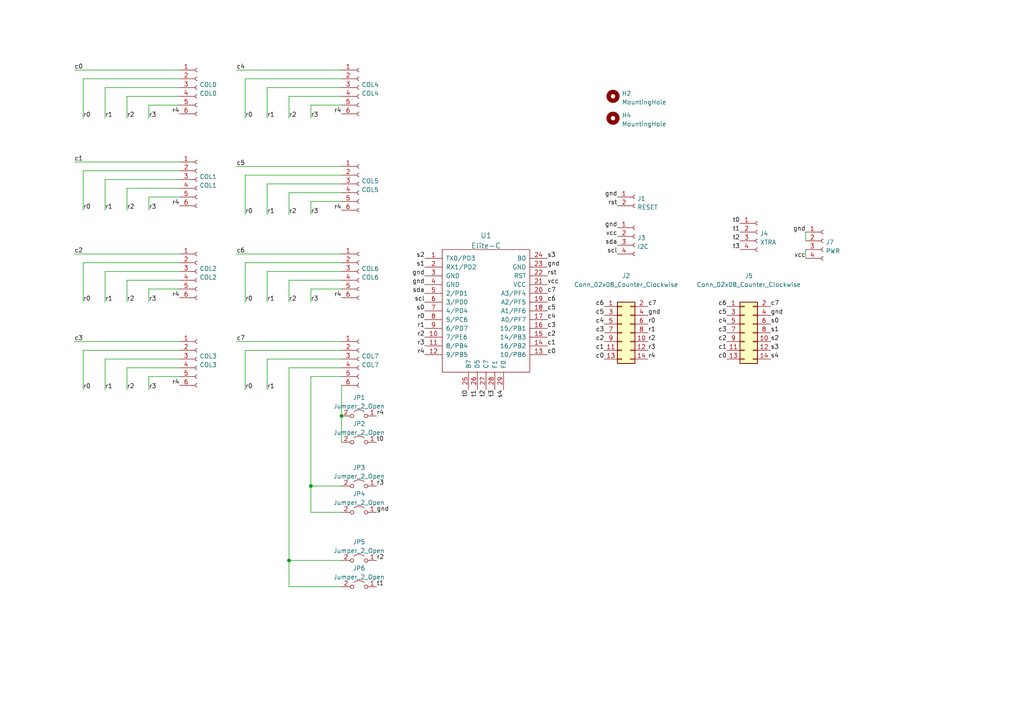
<source format=kicad_sch>
(kicad_sch (version 20211123) (generator eeschema)
  (paper "A4")
  (lib_symbols
    (symbol "Connector:Conn_01x02_Female" (pin_names (offset 1.016) hide)
      (property "Reference" "J" (at 0 2.54 0))
      (property "Value" "Conn_01x02_Female" (at 0 -5.08 0))
      (symbol "Conn_01x02_Female_1_1"
        (arc (start 0 -2.032) (mid -0.508 -2.54) (end 0 -3.048) (stroke (width 0.1524)))
        (polyline (pts (xy -1.27 -2.54) (xy -0.508 -2.54)) (stroke (width 0.1524)))
        (polyline (pts (xy -1.27 0) (xy -0.508 0)) (stroke (width 0.1524)))
        (arc (start 0 0.508) (mid -0.508 0) (end 0 -0.508) (stroke (width 0.1524)))
        (pin passive line (at -5.08 0 0) (length 3.81) (name "Pin_1") (number "1"))
        (pin passive line (at -5.08 -2.54 0) (length 3.81) (name "Pin_2") (number "2"))
      )
    )
    (symbol "Connector:Conn_01x04_Female" (pin_names (offset 1.016) hide)
      (property "Reference" "J" (at 0 5.08 0))
      (property "Value" "Conn_01x04_Female" (at 0 -7.62 0))
      (symbol "Conn_01x04_Female_1_1"
        (arc (start 0 -4.572) (mid -0.508 -5.08) (end 0 -5.588) (stroke (width 0.1524)))
        (arc (start 0 -2.032) (mid -0.508 -2.54) (end 0 -3.048) (stroke (width 0.1524)))
        (polyline (pts (xy -1.27 -5.08) (xy -0.508 -5.08)) (stroke (width 0.1524)))
        (polyline (pts (xy -1.27 -2.54) (xy -0.508 -2.54)) (stroke (width 0.1524)))
        (polyline (pts (xy -1.27 0) (xy -0.508 0)) (stroke (width 0.1524)))
        (polyline (pts (xy -1.27 2.54) (xy -0.508 2.54)) (stroke (width 0.1524)))
        (arc (start 0 0.508) (mid -0.508 0) (end 0 -0.508) (stroke (width 0.1524)))
        (arc (start 0 3.048) (mid -0.508 2.54) (end 0 2.032) (stroke (width 0.1524)))
        (pin passive line (at -5.08 2.54 0) (length 3.81) (name "Pin_1") (number "1"))
        (pin passive line (at -5.08 0 0) (length 3.81) (name "Pin_2") (number "2"))
        (pin passive line (at -5.08 -2.54 0) (length 3.81) (name "Pin_3") (number "3"))
        (pin passive line (at -5.08 -5.08 0) (length 3.81) (name "Pin_4") (number "4"))
      )
    )
    (symbol "Connector:Conn_01x06_Female" (pin_names (offset 1.016) hide)
      (property "Reference" "J" (at 0 7.62 0))
      (property "Value" "Conn_01x06_Female" (at 0 -10.16 0))
      (symbol "Conn_01x06_Female_1_1"
        (arc (start 0 -7.112) (mid -0.508 -7.62) (end 0 -8.128) (stroke (width 0.1524)))
        (arc (start 0 -4.572) (mid -0.508 -5.08) (end 0 -5.588) (stroke (width 0.1524)))
        (arc (start 0 -2.032) (mid -0.508 -2.54) (end 0 -3.048) (stroke (width 0.1524)))
        (polyline (pts (xy -1.27 -7.62) (xy -0.508 -7.62)) (stroke (width 0.1524)))
        (polyline (pts (xy -1.27 -5.08) (xy -0.508 -5.08)) (stroke (width 0.1524)))
        (polyline (pts (xy -1.27 -2.54) (xy -0.508 -2.54)) (stroke (width 0.1524)))
        (polyline (pts (xy -1.27 0) (xy -0.508 0)) (stroke (width 0.1524)))
        (polyline (pts (xy -1.27 2.54) (xy -0.508 2.54)) (stroke (width 0.1524)))
        (polyline (pts (xy -1.27 5.08) (xy -0.508 5.08)) (stroke (width 0.1524)))
        (arc (start 0 0.508) (mid -0.508 0) (end 0 -0.508) (stroke (width 0.1524)))
        (arc (start 0 3.048) (mid -0.508 2.54) (end 0 2.032) (stroke (width 0.1524)))
        (arc (start 0 5.588) (mid -0.508 5.08) (end 0 4.572) (stroke (width 0.1524)))
        (pin passive line (at -5.08 5.08 0) (length 3.81) (name "Pin_1") (number "1"))
        (pin passive line (at -5.08 2.54 0) (length 3.81) (name "Pin_2") (number "2"))
        (pin passive line (at -5.08 0 0) (length 3.81) (name "Pin_3") (number "3"))
        (pin passive line (at -5.08 -2.54 0) (length 3.81) (name "Pin_4") (number "4"))
        (pin passive line (at -5.08 -5.08 0) (length 3.81) (name "Pin_5") (number "5"))
        (pin passive line (at -5.08 -7.62 0) (length 3.81) (name "Pin_6") (number "6"))
      )
    )
    (symbol "Connector_Generic:Conn_02x07_Odd_Even" (pin_names (offset 1.016) hide)
      (property "Reference" "J" (at 1.27 10.16 0))
      (property "Value" "Conn_02x07_Odd_Even" (at 1.27 -10.16 0))
      (symbol "Conn_02x07_Odd_Even_1_1"
        (rectangle (start -1.27 -7.493) (end 0 -7.747) (stroke (width 0.1524)))
        (rectangle (start -1.27 -4.953) (end 0 -5.207) (stroke (width 0.1524)))
        (rectangle (start -1.27 -2.413) (end 0 -2.667) (stroke (width 0.1524)))
        (rectangle (start -1.27 0.127) (end 0 -0.127) (stroke (width 0.1524)))
        (rectangle (start -1.27 2.667) (end 0 2.413) (stroke (width 0.1524)))
        (rectangle (start -1.27 5.207) (end 0 4.953) (stroke (width 0.1524)))
        (rectangle (start -1.27 7.747) (end 0 7.493) (stroke (width 0.1524)))
        (rectangle (start -1.27 8.89) (end 3.81 -8.89) (stroke (width 0.254)) (fill (type background)))
        (rectangle (start 3.81 -7.493) (end 2.54 -7.747) (stroke (width 0.1524)))
        (rectangle (start 3.81 -4.953) (end 2.54 -5.207) (stroke (width 0.1524)))
        (rectangle (start 3.81 -2.413) (end 2.54 -2.667) (stroke (width 0.1524)))
        (rectangle (start 3.81 0.127) (end 2.54 -0.127) (stroke (width 0.1524)))
        (rectangle (start 3.81 2.667) (end 2.54 2.413) (stroke (width 0.1524)))
        (rectangle (start 3.81 5.207) (end 2.54 4.953) (stroke (width 0.1524)))
        (rectangle (start 3.81 7.747) (end 2.54 7.493) (stroke (width 0.1524)))
        (pin passive line (at -5.08 7.62 0) (length 3.81) (name "Pin_1") (number "1"))
        (pin passive line (at 7.62 -2.54 180) (length 3.81) (name "Pin_10") (number "10"))
        (pin passive line (at -5.08 -5.08 0) (length 3.81) (name "Pin_11") (number "11"))
        (pin passive line (at 7.62 -5.08 180) (length 3.81) (name "Pin_12") (number "12"))
        (pin passive line (at -5.08 -7.62 0) (length 3.81) (name "Pin_13") (number "13"))
        (pin passive line (at 7.62 -7.62 180) (length 3.81) (name "Pin_14") (number "14"))
        (pin passive line (at 7.62 7.62 180) (length 3.81) (name "Pin_2") (number "2"))
        (pin passive line (at -5.08 5.08 0) (length 3.81) (name "Pin_3") (number "3"))
        (pin passive line (at 7.62 5.08 180) (length 3.81) (name "Pin_4") (number "4"))
        (pin passive line (at -5.08 2.54 0) (length 3.81) (name "Pin_5") (number "5"))
        (pin passive line (at 7.62 2.54 180) (length 3.81) (name "Pin_6") (number "6"))
        (pin passive line (at -5.08 0 0) (length 3.81) (name "Pin_7") (number "7"))
        (pin passive line (at 7.62 0 180) (length 3.81) (name "Pin_8") (number "8"))
        (pin passive line (at -5.08 -2.54 0) (length 3.81) (name "Pin_9") (number "9"))
      )
    )
    (symbol "Jumper:Jumper_2_Open" (pin_names (offset 0) hide)
      (property "Reference" "JP" (at 0 2.794 0))
      (property "Value" "Jumper_2_Open" (at 0 -2.286 0))
      (symbol "Jumper_2_Open_0_0"
        (circle (center -2.032 0) (radius 0.508))
        (circle (center 2.032 0) (radius 0.508))
      )
      (symbol "Jumper_2_Open_0_1"
        (arc (start 1.524 1.27) (mid 0 1.778) (end -1.524 1.27))
      )
      (symbol "Jumper_2_Open_1_1"
        (pin passive line (at -5.08 0 0) (length 2.54) (name "A") (number "1"))
        (pin passive line (at 5.08 0 180) (length 2.54) (name "B") (number "2"))
      )
    )
    (symbol "Mechanical:MountingHole" (pin_names (offset 1.016))
      (property "Reference" "H" (at 0 5.08 0))
      (property "Value" "MountingHole" (at 0 3.175 0))
      (symbol "MountingHole_0_1"
        (circle (center 0 0) (radius 1.27) (stroke (width 1.27)))
      )
    )
    (symbol "keebio:Elite-C" (pin_names (offset 1.016))
      (property "Reference" "U" (at 0 0 0))
      (property "Value" "Elite-C" (at 0 2.54 0))
      (symbol "Elite-C_0_1"
        (rectangle (start 12.7 -19.05) (end -12.7 16.51))
      )
      (symbol "Elite-C_1_1"
        (pin input line (at -17.78 13.97 0) (length 5.08) (name "TX0/PD3") (number "1"))
        (pin input line (at -17.78 -8.89 0) (length 5.08) (name "7/PE6") (number "10"))
        (pin input line (at -17.78 -11.43 0) (length 5.08) (name "8/PB4") (number "11"))
        (pin input line (at -17.78 -13.97 0) (length 5.08) (name "9/PB5") (number "12"))
        (pin input line (at 17.78 -13.97 180) (length 5.08) (name "10/PB6") (number "13"))
        (pin input line (at 17.78 -11.43 180) (length 5.08) (name "16/PB2") (number "14"))
        (pin input line (at 17.78 -8.89 180) (length 5.08) (name "14/PB3") (number "15"))
        (pin input line (at 17.78 -6.35 180) (length 5.08) (name "15/PB1") (number "16"))
        (pin input line (at 17.78 -3.81 180) (length 5.08) (name "A0/PF7") (number "17"))
        (pin input line (at 17.78 -1.27 180) (length 5.08) (name "A1/PF6") (number "18"))
        (pin input line (at 17.78 1.27 180) (length 5.08) (name "A2/PF5") (number "19"))
        (pin input line (at -17.78 11.43 0) (length 5.08) (name "RX1/PD2") (number "2"))
        (pin input line (at 17.78 3.81 180) (length 5.08) (name "A3/PF4") (number "20"))
        (pin input line (at 17.78 6.35 180) (length 5.08) (name "VCC") (number "21"))
        (pin input line (at 17.78 8.89 180) (length 5.08) (name "RST") (number "22"))
        (pin input line (at 17.78 11.43 180) (length 5.08) (name "GND") (number "23"))
        (pin input line (at 17.78 13.97 180) (length 5.08) (name "B0") (number "24"))
        (pin input line (at -5.08 -24.13 90) (length 5.08) (name "B7") (number "25"))
        (pin input line (at -2.54 -24.13 90) (length 5.08) (name "D5") (number "26"))
        (pin input line (at 0 -24.13 90) (length 5.08) (name "C7") (number "27"))
        (pin input line (at 2.54 -24.13 90) (length 5.08) (name "F1") (number "28"))
        (pin input line (at 5.08 -24.13 90) (length 5.08) (name "F0") (number "29"))
        (pin input line (at -17.78 8.89 0) (length 5.08) (name "GND") (number "3"))
        (pin input line (at -17.78 6.35 0) (length 5.08) (name "GND") (number "4"))
        (pin input line (at -17.78 3.81 0) (length 5.08) (name "2/PD1") (number "5"))
        (pin input line (at -17.78 1.27 0) (length 5.08) (name "3/PD0") (number "6"))
        (pin input line (at -17.78 -1.27 0) (length 5.08) (name "4/PD4") (number "7"))
        (pin input line (at -17.78 -3.81 0) (length 5.08) (name "5/PC6") (number "8"))
        (pin input line (at -17.78 -6.35 0) (length 5.08) (name "6/PD7") (number "9"))
      )
    )
  )
  (junction (at 99.06 120.65))
  (junction (at 83.82 162.56))
  (junction (at 90.17 140.97))
  (wire (pts (xy 233.68 72.39) (xy 233.68 74.93)))
  (wire (pts (xy 90.17 109.22) (xy 99.06 109.22)))
  (wire (pts (xy 43.18 30.48) (xy 43.18 34.29)))
  (wire (pts (xy 24.13 49.53) (xy 52.07 49.53)))
  (wire (pts (xy 83.82 106.68) (xy 83.82 162.56)))
  (wire (pts (xy 83.82 81.28) (xy 83.82 87.63)))
  (wire (pts (xy 30.48 78.74) (xy 52.07 78.74)))
  (wire (pts (xy 43.18 57.15) (xy 52.07 57.15)))
  (wire (pts (xy 83.82 106.68) (xy 99.06 106.68)))
  (wire (pts (xy 36.83 54.61) (xy 36.83 60.96)))
  (wire (pts (xy 30.48 104.14) (xy 52.07 104.14)))
  (wire (pts (xy 43.18 109.22) (xy 43.18 113.03)))
  (wire (pts (xy 30.48 52.07) (xy 30.48 60.96)))
  (wire (pts (xy 83.82 55.88) (xy 99.06 55.88)))
  (wire (pts (xy 30.48 78.74) (xy 30.48 87.63)))
  (wire (pts (xy 24.13 76.2) (xy 24.13 87.63)))
  (wire (pts (xy 24.13 101.6) (xy 24.13 113.03)))
  (wire (pts (xy 30.48 25.4) (xy 52.07 25.4)))
  (wire (pts (xy 68.58 99.06) (xy 99.06 99.06)))
  (wire (pts (xy 83.82 27.94) (xy 99.06 27.94)))
  (wire (pts (xy 30.48 104.14) (xy 30.48 113.03)))
  (wire (pts (xy 24.13 76.2) (xy 52.07 76.2)))
  (wire (pts (xy 83.82 27.94) (xy 83.82 34.29)))
  (wire (pts (xy 90.17 58.42) (xy 99.06 58.42)))
  (wire (pts (xy 77.47 25.4) (xy 77.47 34.29)))
  (wire (pts (xy 36.83 81.28) (xy 36.83 87.63)))
  (wire (pts (xy 43.18 57.15) (xy 43.18 60.96)))
  (wire (pts (xy 43.18 83.82) (xy 52.07 83.82)))
  (wire (pts (xy 43.18 109.22) (xy 52.07 109.22)))
  (wire (pts (xy 99.06 111.76) (xy 99.06 120.65)))
  (wire (pts (xy 36.83 54.61) (xy 52.07 54.61)))
  (wire (pts (xy 68.58 20.32) (xy 99.06 20.32)))
  (wire (pts (xy 99.06 148.59) (xy 90.17 148.59)))
  (wire (pts (xy 71.12 50.8) (xy 99.06 50.8)))
  (wire (pts (xy 77.47 104.14) (xy 99.06 104.14)))
  (wire (pts (xy 77.47 53.34) (xy 99.06 53.34)))
  (wire (pts (xy 77.47 78.74) (xy 99.06 78.74)))
  (wire (pts (xy 83.82 170.18) (xy 99.06 170.18)))
  (wire (pts (xy 233.68 67.31) (xy 233.68 69.85)))
  (wire (pts (xy 21.59 20.32) (xy 52.07 20.32)))
  (wire (pts (xy 21.59 73.66) (xy 52.07 73.66)))
  (wire (pts (xy 83.82 81.28) (xy 99.06 81.28)))
  (wire (pts (xy 77.47 104.14) (xy 77.47 113.03)))
  (wire (pts (xy 36.83 27.94) (xy 36.83 34.29)))
  (wire (pts (xy 43.18 30.48) (xy 52.07 30.48)))
  (wire (pts (xy 90.17 83.82) (xy 99.06 83.82)))
  (wire (pts (xy 77.47 53.34) (xy 77.47 62.23)))
  (wire (pts (xy 21.59 46.99) (xy 52.07 46.99)))
  (wire (pts (xy 36.83 106.68) (xy 36.83 113.03)))
  (wire (pts (xy 24.13 22.86) (xy 24.13 34.29)))
  (wire (pts (xy 68.58 48.26) (xy 99.06 48.26)))
  (wire (pts (xy 71.12 101.6) (xy 71.12 113.03)))
  (wire (pts (xy 71.12 76.2) (xy 99.06 76.2)))
  (wire (pts (xy 90.17 58.42) (xy 90.17 62.23)))
  (wire (pts (xy 77.47 25.4) (xy 99.06 25.4)))
  (wire (pts (xy 71.12 50.8) (xy 71.12 62.23)))
  (wire (pts (xy 83.82 55.88) (xy 83.82 62.23)))
  (wire (pts (xy 24.13 49.53) (xy 24.13 60.96)))
  (wire (pts (xy 30.48 25.4) (xy 30.48 34.29)))
  (wire (pts (xy 90.17 83.82) (xy 90.17 87.63)))
  (wire (pts (xy 36.83 27.94) (xy 52.07 27.94)))
  (wire (pts (xy 30.48 52.07) (xy 52.07 52.07)))
  (wire (pts (xy 71.12 22.86) (xy 99.06 22.86)))
  (wire (pts (xy 71.12 22.86) (xy 71.12 34.29)))
  (wire (pts (xy 83.82 162.56) (xy 99.06 162.56)))
  (wire (pts (xy 99.06 120.65) (xy 99.06 128.27)))
  (wire (pts (xy 24.13 22.86) (xy 52.07 22.86)))
  (wire (pts (xy 90.17 30.48) (xy 99.06 30.48)))
  (wire (pts (xy 68.58 73.66) (xy 99.06 73.66)))
  (wire (pts (xy 90.17 109.22) (xy 90.17 140.97)))
  (wire (pts (xy 83.82 162.56) (xy 83.82 170.18)))
  (wire (pts (xy 21.59 99.06) (xy 52.07 99.06)))
  (wire (pts (xy 36.83 81.28) (xy 52.07 81.28)))
  (wire (pts (xy 90.17 30.48) (xy 90.17 34.29)))
  (wire (pts (xy 77.47 78.74) (xy 77.47 87.63)))
  (wire (pts (xy 90.17 148.59) (xy 90.17 140.97)))
  (wire (pts (xy 36.83 106.68) (xy 52.07 106.68)))
  (wire (pts (xy 90.17 140.97) (xy 99.06 140.97)))
  (wire (pts (xy 24.13 101.6) (xy 52.07 101.6)))
  (wire (pts (xy 71.12 76.2) (xy 71.12 87.63)))
  (wire (pts (xy 43.18 83.82) (xy 43.18 87.63)))
  (wire (pts (xy 71.12 101.6) (xy 99.06 101.6)))
  (label "c3" (at 210.82 96.52 180))
  (label "c4" (at 210.82 93.98 180))
  (label "r0" (at 187.96 93.98 0))
  (label "c7" (at 158.75 85.09 0))
  (label "r3" (at 43.18 60.96 0))
  (label "c0" (at 158.75 102.87 0))
  (label "c0" (at 21.59 20.32 0))
  (label "r2" (at 83.82 34.29 0))
  (label "c1" (at 158.75 100.33 0))
  (label "s4" (at 146.05 113.03 270))
  (label "c5" (at 68.58 48.26 0))
  (label "r2" (at 123.19 97.79 180))
  (label "r3" (at 109.22 140.97 0))
  (label "s3" (at 158.75 74.93 0))
  (label "r0" (at 71.12 62.23 0))
  (label "r2" (at 36.83 60.96 0))
  (label "t3" (at 214.63 72.39 180))
  (label "r1" (at 77.47 62.23 0))
  (label "scl" (at 179.07 73.66 180))
  (label "c5" (at 210.82 91.44 180))
  (label "gnd" (at 123.19 82.55 180))
  (label "s2" (at 223.52 99.06 0))
  (label "c6" (at 175.26 88.9 180))
  (label "c6" (at 68.58 73.66 0))
  (label "c2" (at 175.26 99.06 180))
  (label "c0" (at 210.82 104.14 180))
  (label "scl" (at 123.19 87.63 180))
  (label "r0" (at 71.12 34.29 0))
  (label "r4" (at 109.22 120.65 0))
  (label "r2" (at 36.83 34.29 0))
  (label "c2" (at 21.59 73.66 0))
  (label "c5" (at 158.75 90.17 0))
  (label "r1" (at 187.96 96.52 0))
  (label "vcc" (at 179.07 68.58 180))
  (label "r4" (at 187.96 104.14 0))
  (label "r4" (at 99.06 86.36 180))
  (label "t3" (at 143.51 113.03 270))
  (label "c0" (at 175.26 104.14 180))
  (label "r0" (at 71.12 87.63 0))
  (label "r2" (at 109.22 162.56 0))
  (label "r3" (at 123.19 100.33 180))
  (label "r2" (at 187.96 99.06 0))
  (label "r0" (at 123.19 92.71 180))
  (label "r3" (at 43.18 87.63 0))
  (label "sda" (at 123.19 85.09 180))
  (label "t1" (at 214.63 67.31 180))
  (label "c4" (at 68.58 20.32 0))
  (label "r0" (at 24.13 87.63 0))
  (label "gnd" (at 179.07 66.04 180))
  (label "c6" (at 210.82 88.9 180))
  (label "s4" (at 223.52 104.14 0))
  (label "gnd" (at 123.19 80.01 180))
  (label "r4" (at 52.07 59.69 180))
  (label "s2" (at 123.19 74.93 180))
  (label "r2" (at 83.82 87.63 0))
  (label "s0" (at 223.52 93.98 0))
  (label "r3" (at 43.18 113.03 0))
  (label "t2" (at 140.97 113.03 270))
  (label "r1" (at 30.48 113.03 0))
  (label "r3" (at 90.17 87.63 0))
  (label "r3" (at 187.96 101.6 0))
  (label "t1" (at 138.43 113.03 270))
  (label "r3" (at 90.17 34.29 0))
  (label "vcc" (at 233.68 74.93 180))
  (label "c6" (at 158.75 87.63 0))
  (label "r0" (at 24.13 113.03 0))
  (label "s0" (at 123.19 90.17 180))
  (label "s3" (at 223.52 101.6 0))
  (label "r2" (at 36.83 113.03 0))
  (label "rst" (at 158.75 80.01 0))
  (label "r4" (at 52.07 33.02 180))
  (label "c1" (at 21.59 46.99 0))
  (label "r4" (at 52.07 111.76 180))
  (label "r1" (at 77.47 113.03 0))
  (label "r0" (at 24.13 34.29 0))
  (label "c4" (at 158.75 92.71 0))
  (label "r2" (at 36.83 87.63 0))
  (label "r1" (at 30.48 60.96 0))
  (label "t2" (at 214.63 69.85 180))
  (label "c1" (at 175.26 101.6 180))
  (label "r4" (at 123.19 102.87 180))
  (label "r1" (at 123.19 95.25 180))
  (label "vcc" (at 158.75 82.55 0))
  (label "sda" (at 179.07 71.12 180))
  (label "s1" (at 223.52 96.52 0))
  (label "gnd" (at 179.07 57.15 180))
  (label "r4" (at 99.06 60.96 180))
  (label "rst" (at 179.07 59.69 180))
  (label "r4" (at 99.06 33.02 180))
  (label "c7" (at 68.58 99.06 0))
  (label "r2" (at 83.82 62.23 0))
  (label "r1" (at 77.47 87.63 0))
  (label "c3" (at 158.75 95.25 0))
  (label "c1" (at 210.82 101.6 180))
  (label "c2" (at 158.75 97.79 0))
  (label "r0" (at 71.12 113.03 0))
  (label "c7" (at 223.52 88.9 0))
  (label "r1" (at 30.48 87.63 0))
  (label "t1" (at 109.22 170.18 0))
  (label "gnd" (at 109.22 148.59 0))
  (label "s1" (at 123.19 77.47 180))
  (label "t0" (at 109.22 128.27 0))
  (label "c3" (at 21.59 99.06 0))
  (label "c2" (at 210.82 99.06 180))
  (label "gnd" (at 223.52 91.44 0))
  (label "t0" (at 214.63 64.77 180))
  (label "gnd" (at 233.68 67.31 180))
  (label "gnd" (at 158.75 77.47 0))
  (label "c5" (at 175.26 91.44 180))
  (label "r3" (at 43.18 34.29 0))
  (label "r1" (at 77.47 34.29 0))
  (label "r4" (at 52.07 86.36 180))
  (label "r0" (at 24.13 60.96 0))
  (label "gnd" (at 187.96 91.44 0))
  (label "c7" (at 187.96 88.9 0))
  (label "c4" (at 175.26 93.98 180))
  (label "r3" (at 90.17 62.23 0))
  (label "t0" (at 135.89 113.03 270))
  (label "c3" (at 175.26 96.52 180))
  (label "r1" (at 30.48 34.29 0))
  (symbol (lib_id "Jumper:Jumper_2_Open") (at 104.14 128.27 0) (mirror y) (unit 1)
    (property "Reference" "JP2" (at 104.14 122.9192 0))
    (property "Value" "Jumper_2_Open" (at 104.14 125.4561 0))
    (property "Footprint" "Jumper:SolderJumper-2_P1.3mm_Open_TrianglePad1.0x1.5mm" (effects hide))
  )
  (symbol (lib_id "Connector:Conn_01x04_Female") (at 238.76 69.85 0) (unit 1)
    (property "Reference" "J7" (at 239.4712 70.2853 0) (effects (justify left)))
    (property "Value" "PWR" (at 239.4712 72.8222 0) (effects (justify left)))
    (property "Footprint" "Connector_PinHeader_2.54mm:PinHeader_1x04_P2.54mm_Vertical" (effects hide))
  )
  (symbol (lib_id "Connector:Conn_01x04_Female") (at 219.71 67.31 0) (unit 1)
    (property "Reference" "J4" (at 220.4212 67.7453 0) (effects (justify left)))
    (property "Value" "XTRA" (at 220.4212 70.2822 0) (effects (justify left)))
    (property "Footprint" "Connector_PinHeader_2.54mm:PinHeader_1x04_P2.54mm_Vertical" (effects hide))
  )
  (symbol (lib_id "Connector:Conn_01x06_Female") (at 104.14 78.74 0) (unit 1)
    (property "Reference" "COL6" (at 104.8512 77.9053 0) (effects (justify left)))
    (property "Value" "COL6" (at 104.8512 80.4422 0) (effects (justify left)))
    (property "Footprint" "Connector_JST:JST_XH_B6B-XH-A_1x06_P2.50mm_Vertical" (effects hide))
  )
  (symbol (lib_id "Jumper:Jumper_2_Open") (at 104.14 148.59 0) (mirror y) (unit 1)
    (property "Reference" "JP4" (at 104.14 143.2392 0))
    (property "Value" "Jumper_2_Open" (at 104.14 145.7761 0))
    (property "Footprint" "Jumper:SolderJumper-2_P1.3mm_Open_TrianglePad1.0x1.5mm" (effects hide))
  )
  (symbol (lib_id "Jumper:Jumper_2_Open") (at 104.14 140.97 0) (mirror y) (unit 1)
    (property "Reference" "JP3" (at 104.14 135.6192 0))
    (property "Value" "Jumper_2_Open" (at 104.14 138.1561 0))
    (property "Footprint" "Jumper:SolderJumper-2_P1.3mm_Open_TrianglePad1.0x1.5mm" (effects hide))
  )
  (symbol (lib_id "Connector_Generic:Conn_02x07_Odd_Even") (at 180.34 96.52 0) (unit 1)
    (property "Reference" "J2" (at 181.61 80.01 0))
    (property "Value" "Conn_02x08_Counter_Clockwise" (at 181.61 82.55 0))
    (property "Footprint" "Connector_IDC:IDC-Header_2x07_P2.54mm_Vertical" (effects hide))
  )
  (symbol (lib_id "Connector_Generic:Conn_02x07_Odd_Even") (at 215.9 96.52 0) (unit 1)
    (property "Reference" "J5" (at 217.17 80.01 0))
    (property "Value" "Conn_02x08_Counter_Clockwise" (at 217.17 82.55 0))
    (property "Footprint" "Connector_IDC:IDC-Header_2x07_P2.54mm_Vertical" (effects hide))
  )
  (symbol (lib_id "Jumper:Jumper_2_Open") (at 104.14 170.18 0) (mirror y) (unit 1)
    (property "Reference" "JP6" (at 104.14 164.8292 0))
    (property "Value" "Jumper_2_Open" (at 104.14 167.3661 0))
    (property "Footprint" "Jumper:SolderJumper-2_P1.3mm_Open_TrianglePad1.0x1.5mm" (effects hide))
  )
  (symbol (lib_id "Connector:Conn_01x06_Female") (at 57.15 78.74 0) (unit 1)
    (property "Reference" "COL2" (at 57.8612 77.9053 0) (effects (justify left)))
    (property "Value" "COL2" (at 57.8612 80.4422 0) (effects (justify left)))
    (property "Footprint" "Connector_JST:JST_XH_B6B-XH-A_1x06_P2.50mm_Vertical" (effects hide))
  )
  (symbol (lib_id "keebio:Elite-C") (at 140.97 88.9 0) (unit 1)
    (property "Reference" "U1" (at 140.97 68.3059 0) (effects (font (size 1.524 1.524))))
    (property "Value" "Elite-C" (at 140.97 71.2993 0) (effects (font (size 1.524 1.524))))
    (property "Footprint" "3dmodels:Elite-C" (effects hide))
  )
  (symbol (lib_id "Jumper:Jumper_2_Open") (at 104.14 120.65 0) (mirror y) (unit 1)
    (property "Reference" "JP1" (at 104.14 115.2992 0))
    (property "Value" "Jumper_2_Open" (at 104.14 117.8361 0))
    (property "Footprint" "Jumper:SolderJumper-2_P1.3mm_Open_TrianglePad1.0x1.5mm" (effects hide))
  )
  (symbol (lib_id "Jumper:Jumper_2_Open") (at 104.14 162.56 0) (mirror y) (unit 1)
    (property "Reference" "JP5" (at 104.14 157.2092 0))
    (property "Value" "Jumper_2_Open" (at 104.14 159.7461 0))
    (property "Footprint" "Jumper:SolderJumper-2_P1.3mm_Open_TrianglePad1.0x1.5mm" (effects hide))
  )
  (symbol (lib_id "Connector:Conn_01x06_Female") (at 104.14 53.34 0) (unit 1)
    (property "Reference" "COL5" (at 104.8512 52.5053 0) (effects (justify left)))
    (property "Value" "COL5" (at 104.8512 55.0422 0) (effects (justify left)))
    (property "Footprint" "Connector_JST:JST_XH_B6B-XH-A_1x06_P2.50mm_Vertical" (effects hide))
  )
  (symbol (lib_id "Connector:Conn_01x06_Female") (at 104.14 104.14 0) (unit 1)
    (property "Reference" "COL7" (at 104.8512 103.3053 0) (effects (justify left)))
    (property "Value" "COL7" (at 104.8512 105.8422 0) (effects (justify left)))
    (property "Footprint" "Connector_JST:JST_XH_B6B-XH-A_1x06_P2.50mm_Vertical" (effects hide))
  )
  (symbol (lib_id "Mechanical:MountingHole") (at 177.8 27.94 0) (unit 1)
    (property "Reference" "H2" (at 180.34 27.1053 0) (effects (justify left)))
    (property "Value" "MountingHole" (at 180.34 29.6422 0) (effects (justify left)))
    (property "Footprint" "MountingHole:MountingHole_3.2mm_M3_DIN965" (effects hide))
  )
  (symbol (lib_id "Connector:Conn_01x06_Female") (at 57.15 104.14 0) (unit 1)
    (property "Reference" "COL3" (at 57.8612 103.3053 0) (effects (justify left)))
    (property "Value" "COL3" (at 57.8612 105.8422 0) (effects (justify left)))
    (property "Footprint" "Connector_JST:JST_XH_B6B-XH-A_1x06_P2.50mm_Vertical" (effects hide))
  )
  (symbol (lib_id "Connector:Conn_01x02_Female") (at 184.15 57.15 0) (unit 1)
    (property "Reference" "J1" (at 184.8612 57.5853 0) (effects (justify left)))
    (property "Value" "RESET" (at 184.8612 60.1222 0) (effects (justify left)))
    (property "Footprint" "Connector_JST:JST_XH_B2B-XH-A_1x02_P2.50mm_Vertical" (effects hide))
  )
  (symbol (lib_id "Connector:Conn_01x04_Female") (at 184.15 68.58 0) (unit 1)
    (property "Reference" "J3" (at 184.8612 69.0153 0) (effects (justify left)))
    (property "Value" "I2C" (at 184.8612 71.5522 0) (effects (justify left)))
    (property "Footprint" "Connector_JST:JST_XH_B4B-XH-A_1x04_P2.50mm_Vertical" (effects hide))
  )
  (symbol (lib_id "Connector:Conn_01x06_Female") (at 104.14 25.4 0) (unit 1)
    (property "Reference" "COL4" (at 104.8512 24.5653 0) (effects (justify left)))
    (property "Value" "COL4" (at 104.8512 27.1022 0) (effects (justify left)))
    (property "Footprint" "Connector_JST:JST_XH_B6B-XH-A_1x06_P2.50mm_Vertical" (effects hide))
  )
  (symbol (lib_id "Mechanical:MountingHole") (at 177.8 34.29 0) (unit 1)
    (property "Reference" "H4" (at 180.34 33.4553 0) (effects (justify left)))
    (property "Value" "MountingHole" (at 180.34 35.9922 0) (effects (justify left)))
    (property "Footprint" "MountingHole:MountingHole_3.2mm_M3_DIN965" (effects hide))
  )
  (symbol (lib_id "Connector:Conn_01x06_Female") (at 57.15 25.4 0) (unit 1)
    (property "Reference" "COL0" (at 57.8612 24.5653 0) (effects (justify left)))
    (property "Value" "COL0" (at 57.8612 27.1022 0) (effects (justify left)))
    (property "Footprint" "Connector_JST:JST_XH_B6B-XH-A_1x06_P2.50mm_Vertical" (effects hide))
  )
  (symbol (lib_id "Connector:Conn_01x06_Female") (at 57.15 52.07 0) (unit 1)
    (property "Reference" "COL1" (at 57.8612 51.2353 0) (effects (justify left)))
    (property "Value" "COL1" (at 57.8612 53.7722 0) (effects (justify left)))
    (property "Footprint" "Connector_JST:JST_XH_B6B-XH-A_1x06_P2.50mm_Vertical" (effects hide))
  )
)
</source>
